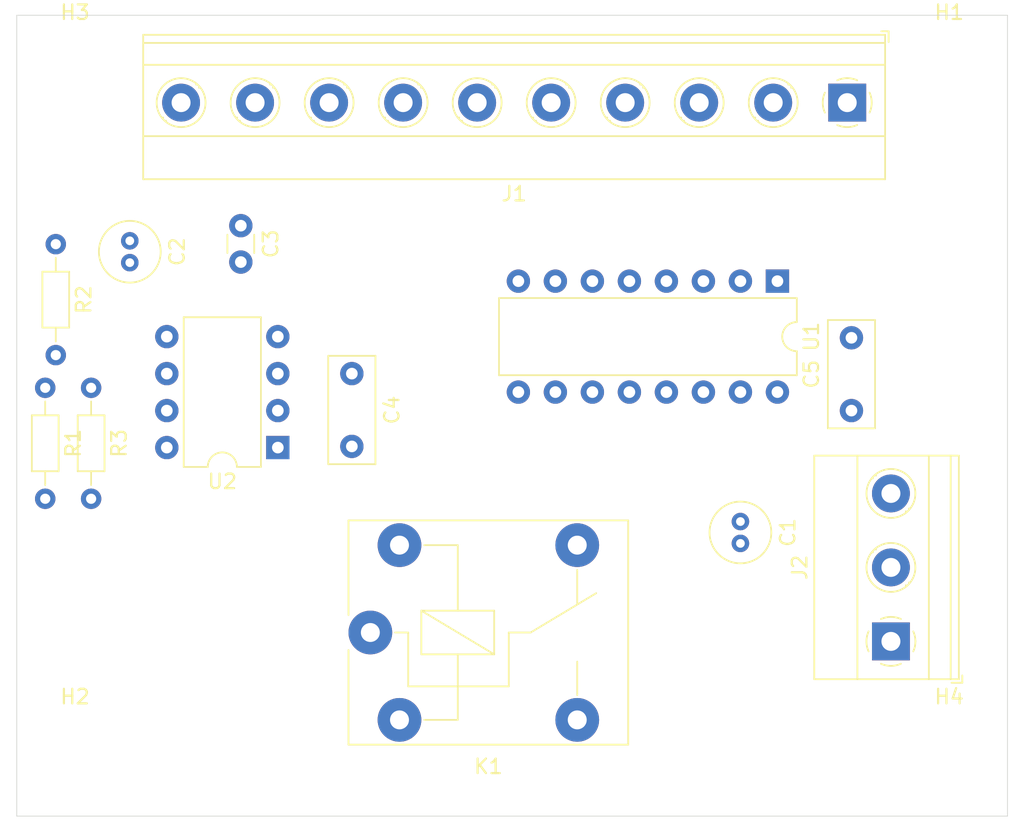
<source format=kicad_pcb>
(kicad_pcb (version 20171130) (host pcbnew "(5.1.9)-1")

  (general
    (thickness 1.6)
    (drawings 4)
    (tracks 0)
    (zones 0)
    (modules 17)
    (nets 1)
  )

  (page A4)
  (layers
    (0 F.Cu signal)
    (31 B.Cu signal)
    (32 B.Adhes user)
    (33 F.Adhes user)
    (34 B.Paste user)
    (35 F.Paste user)
    (36 B.SilkS user)
    (37 F.SilkS user)
    (38 B.Mask user)
    (39 F.Mask user)
    (40 Dwgs.User user)
    (41 Cmts.User user)
    (42 Eco1.User user)
    (43 Eco2.User user)
    (44 Edge.Cuts user)
    (45 Margin user)
    (46 B.CrtYd user)
    (47 F.CrtYd user)
    (48 B.Fab user)
    (49 F.Fab user)
  )

  (setup
    (last_trace_width 0.25)
    (trace_clearance 0.2)
    (zone_clearance 0.508)
    (zone_45_only no)
    (trace_min 0.2)
    (via_size 0.8)
    (via_drill 0.4)
    (via_min_size 0.4)
    (via_min_drill 0.3)
    (uvia_size 0.3)
    (uvia_drill 0.1)
    (uvias_allowed no)
    (uvia_min_size 0.2)
    (uvia_min_drill 0.1)
    (edge_width 0.05)
    (segment_width 0.2)
    (pcb_text_width 0.3)
    (pcb_text_size 1.5 1.5)
    (mod_edge_width 0.12)
    (mod_text_size 1 1)
    (mod_text_width 0.15)
    (pad_size 1.524 1.524)
    (pad_drill 0.762)
    (pad_to_mask_clearance 0)
    (aux_axis_origin 0 0)
    (visible_elements 7FFFFFFF)
    (pcbplotparams
      (layerselection 0x010fc_ffffffff)
      (usegerberextensions false)
      (usegerberattributes true)
      (usegerberadvancedattributes true)
      (creategerberjobfile true)
      (excludeedgelayer true)
      (linewidth 0.100000)
      (plotframeref false)
      (viasonmask false)
      (mode 1)
      (useauxorigin false)
      (hpglpennumber 1)
      (hpglpenspeed 20)
      (hpglpendiameter 15.000000)
      (psnegative false)
      (psa4output false)
      (plotreference true)
      (plotvalue true)
      (plotinvisibletext false)
      (padsonsilk false)
      (subtractmaskfromsilk false)
      (outputformat 1)
      (mirror false)
      (drillshape 1)
      (scaleselection 1)
      (outputdirectory ""))
  )

  (net 0 "")

  (net_class Default "This is the default net class."
    (clearance 0.2)
    (trace_width 0.25)
    (via_dia 0.8)
    (via_drill 0.4)
    (uvia_dia 0.3)
    (uvia_drill 0.1)
  )

  (module Resistor_THT:R_Axial_DIN0204_L3.6mm_D1.6mm_P7.62mm_Horizontal (layer F.Cu) (tedit 5AE5139B) (tstamp 600E9692)
    (at 105.954999 55.585001 270)
    (descr "Resistor, Axial_DIN0204 series, Axial, Horizontal, pin pitch=7.62mm, 0.167W, length*diameter=3.6*1.6mm^2, http://cdn-reichelt.de/documents/datenblatt/B400/1_4W%23YAG.pdf")
    (tags "Resistor Axial_DIN0204 series Axial Horizontal pin pitch 7.62mm 0.167W length 3.6mm diameter 1.6mm")
    (path /600EAC46)
    (fp_text reference R1 (at 3.81 -1.92 90) (layer F.SilkS)
      (effects (font (size 1 1) (thickness 0.15)))
    )
    (fp_text value R (at 3.81 1.92 90) (layer F.Fab)
      (effects (font (size 1 1) (thickness 0.15)))
    )
    (fp_line (start 2.01 -0.8) (end 2.01 0.8) (layer F.Fab) (width 0.1))
    (fp_line (start 2.01 0.8) (end 5.61 0.8) (layer F.Fab) (width 0.1))
    (fp_line (start 5.61 0.8) (end 5.61 -0.8) (layer F.Fab) (width 0.1))
    (fp_line (start 5.61 -0.8) (end 2.01 -0.8) (layer F.Fab) (width 0.1))
    (fp_line (start 0 0) (end 2.01 0) (layer F.Fab) (width 0.1))
    (fp_line (start 7.62 0) (end 5.61 0) (layer F.Fab) (width 0.1))
    (fp_line (start 1.89 -0.92) (end 1.89 0.92) (layer F.SilkS) (width 0.12))
    (fp_line (start 1.89 0.92) (end 5.73 0.92) (layer F.SilkS) (width 0.12))
    (fp_line (start 5.73 0.92) (end 5.73 -0.92) (layer F.SilkS) (width 0.12))
    (fp_line (start 5.73 -0.92) (end 1.89 -0.92) (layer F.SilkS) (width 0.12))
    (fp_line (start 0.94 0) (end 1.89 0) (layer F.SilkS) (width 0.12))
    (fp_line (start 6.68 0) (end 5.73 0) (layer F.SilkS) (width 0.12))
    (fp_line (start -0.95 -1.05) (end -0.95 1.05) (layer F.CrtYd) (width 0.05))
    (fp_line (start -0.95 1.05) (end 8.57 1.05) (layer F.CrtYd) (width 0.05))
    (fp_line (start 8.57 1.05) (end 8.57 -1.05) (layer F.CrtYd) (width 0.05))
    (fp_line (start 8.57 -1.05) (end -0.95 -1.05) (layer F.CrtYd) (width 0.05))
    (fp_text user %R (at 3.81 0 90) (layer F.Fab)
      (effects (font (size 0.72 0.72) (thickness 0.108)))
    )
    (pad 1 thru_hole circle (at 0 0 270) (size 1.4 1.4) (drill 0.7) (layers *.Cu *.Mask))
    (pad 2 thru_hole oval (at 7.62 0 270) (size 1.4 1.4) (drill 0.7) (layers *.Cu *.Mask))
    (model ${KISYS3DMOD}/Resistor_THT.3dshapes/R_Axial_DIN0204_L3.6mm_D1.6mm_P7.62mm_Horizontal.wrl
      (at (xyz 0 0 0))
      (scale (xyz 1 1 1))
      (rotate (xyz 0 0 0))
    )
  )

  (module Resistor_THT:R_Axial_DIN0204_L3.6mm_D1.6mm_P7.62mm_Horizontal (layer F.Cu) (tedit 5AE5139B) (tstamp 600E96A9)
    (at 106.68 45.72 270)
    (descr "Resistor, Axial_DIN0204 series, Axial, Horizontal, pin pitch=7.62mm, 0.167W, length*diameter=3.6*1.6mm^2, http://cdn-reichelt.de/documents/datenblatt/B400/1_4W%23YAG.pdf")
    (tags "Resistor Axial_DIN0204 series Axial Horizontal pin pitch 7.62mm 0.167W length 3.6mm diameter 1.6mm")
    (path /600EC4A2)
    (fp_text reference R2 (at 3.81 -1.92 90) (layer F.SilkS)
      (effects (font (size 1 1) (thickness 0.15)))
    )
    (fp_text value R (at 3.81 1.92 90) (layer F.Fab)
      (effects (font (size 1 1) (thickness 0.15)))
    )
    (fp_line (start 8.57 -1.05) (end -0.95 -1.05) (layer F.CrtYd) (width 0.05))
    (fp_line (start 8.57 1.05) (end 8.57 -1.05) (layer F.CrtYd) (width 0.05))
    (fp_line (start -0.95 1.05) (end 8.57 1.05) (layer F.CrtYd) (width 0.05))
    (fp_line (start -0.95 -1.05) (end -0.95 1.05) (layer F.CrtYd) (width 0.05))
    (fp_line (start 6.68 0) (end 5.73 0) (layer F.SilkS) (width 0.12))
    (fp_line (start 0.94 0) (end 1.89 0) (layer F.SilkS) (width 0.12))
    (fp_line (start 5.73 -0.92) (end 1.89 -0.92) (layer F.SilkS) (width 0.12))
    (fp_line (start 5.73 0.92) (end 5.73 -0.92) (layer F.SilkS) (width 0.12))
    (fp_line (start 1.89 0.92) (end 5.73 0.92) (layer F.SilkS) (width 0.12))
    (fp_line (start 1.89 -0.92) (end 1.89 0.92) (layer F.SilkS) (width 0.12))
    (fp_line (start 7.62 0) (end 5.61 0) (layer F.Fab) (width 0.1))
    (fp_line (start 0 0) (end 2.01 0) (layer F.Fab) (width 0.1))
    (fp_line (start 5.61 -0.8) (end 2.01 -0.8) (layer F.Fab) (width 0.1))
    (fp_line (start 5.61 0.8) (end 5.61 -0.8) (layer F.Fab) (width 0.1))
    (fp_line (start 2.01 0.8) (end 5.61 0.8) (layer F.Fab) (width 0.1))
    (fp_line (start 2.01 -0.8) (end 2.01 0.8) (layer F.Fab) (width 0.1))
    (fp_text user %R (at 3.81 0 90) (layer F.Fab)
      (effects (font (size 0.72 0.72) (thickness 0.108)))
    )
    (pad 2 thru_hole oval (at 7.62 0 270) (size 1.4 1.4) (drill 0.7) (layers *.Cu *.Mask))
    (pad 1 thru_hole circle (at 0 0 270) (size 1.4 1.4) (drill 0.7) (layers *.Cu *.Mask))
    (model ${KISYS3DMOD}/Resistor_THT.3dshapes/R_Axial_DIN0204_L3.6mm_D1.6mm_P7.62mm_Horizontal.wrl
      (at (xyz 0 0 0))
      (scale (xyz 1 1 1))
      (rotate (xyz 0 0 0))
    )
  )

  (module Resistor_THT:R_Axial_DIN0204_L3.6mm_D1.6mm_P7.62mm_Horizontal (layer F.Cu) (tedit 5AE5139B) (tstamp 600E96C0)
    (at 109.104999 55.585001 270)
    (descr "Resistor, Axial_DIN0204 series, Axial, Horizontal, pin pitch=7.62mm, 0.167W, length*diameter=3.6*1.6mm^2, http://cdn-reichelt.de/documents/datenblatt/B400/1_4W%23YAG.pdf")
    (tags "Resistor Axial_DIN0204 series Axial Horizontal pin pitch 7.62mm 0.167W length 3.6mm diameter 1.6mm")
    (path /600EDAD7)
    (fp_text reference R3 (at 3.81 -1.92 90) (layer F.SilkS)
      (effects (font (size 1 1) (thickness 0.15)))
    )
    (fp_text value R (at 3.81 1.92 90) (layer F.Fab)
      (effects (font (size 1 1) (thickness 0.15)))
    )
    (fp_line (start 2.01 -0.8) (end 2.01 0.8) (layer F.Fab) (width 0.1))
    (fp_line (start 2.01 0.8) (end 5.61 0.8) (layer F.Fab) (width 0.1))
    (fp_line (start 5.61 0.8) (end 5.61 -0.8) (layer F.Fab) (width 0.1))
    (fp_line (start 5.61 -0.8) (end 2.01 -0.8) (layer F.Fab) (width 0.1))
    (fp_line (start 0 0) (end 2.01 0) (layer F.Fab) (width 0.1))
    (fp_line (start 7.62 0) (end 5.61 0) (layer F.Fab) (width 0.1))
    (fp_line (start 1.89 -0.92) (end 1.89 0.92) (layer F.SilkS) (width 0.12))
    (fp_line (start 1.89 0.92) (end 5.73 0.92) (layer F.SilkS) (width 0.12))
    (fp_line (start 5.73 0.92) (end 5.73 -0.92) (layer F.SilkS) (width 0.12))
    (fp_line (start 5.73 -0.92) (end 1.89 -0.92) (layer F.SilkS) (width 0.12))
    (fp_line (start 0.94 0) (end 1.89 0) (layer F.SilkS) (width 0.12))
    (fp_line (start 6.68 0) (end 5.73 0) (layer F.SilkS) (width 0.12))
    (fp_line (start -0.95 -1.05) (end -0.95 1.05) (layer F.CrtYd) (width 0.05))
    (fp_line (start -0.95 1.05) (end 8.57 1.05) (layer F.CrtYd) (width 0.05))
    (fp_line (start 8.57 1.05) (end 8.57 -1.05) (layer F.CrtYd) (width 0.05))
    (fp_line (start 8.57 -1.05) (end -0.95 -1.05) (layer F.CrtYd) (width 0.05))
    (fp_text user %R (at 3.81 0 90) (layer F.Fab)
      (effects (font (size 0.72 0.72) (thickness 0.108)))
    )
    (pad 1 thru_hole circle (at 0 0 270) (size 1.4 1.4) (drill 0.7) (layers *.Cu *.Mask))
    (pad 2 thru_hole oval (at 7.62 0 270) (size 1.4 1.4) (drill 0.7) (layers *.Cu *.Mask))
    (model ${KISYS3DMOD}/Resistor_THT.3dshapes/R_Axial_DIN0204_L3.6mm_D1.6mm_P7.62mm_Horizontal.wrl
      (at (xyz 0 0 0))
      (scale (xyz 1 1 1))
      (rotate (xyz 0 0 0))
    )
  )

  (module Package_DIP:DIP-16_W7.62mm (layer F.Cu) (tedit 5A02E8C5) (tstamp 600E96E4)
    (at 156.21 48.26 270)
    (descr "16-lead though-hole mounted DIP package, row spacing 7.62 mm (300 mils)")
    (tags "THT DIP DIL PDIP 2.54mm 7.62mm 300mil")
    (path /600E422B)
    (fp_text reference U1 (at 3.81 -2.33 90) (layer F.SilkS)
      (effects (font (size 1 1) (thickness 0.15)))
    )
    (fp_text value CD4051B (at 3.81 20.11 90) (layer F.Fab)
      (effects (font (size 1 1) (thickness 0.15)))
    )
    (fp_line (start 1.635 -1.27) (end 6.985 -1.27) (layer F.Fab) (width 0.1))
    (fp_line (start 6.985 -1.27) (end 6.985 19.05) (layer F.Fab) (width 0.1))
    (fp_line (start 6.985 19.05) (end 0.635 19.05) (layer F.Fab) (width 0.1))
    (fp_line (start 0.635 19.05) (end 0.635 -0.27) (layer F.Fab) (width 0.1))
    (fp_line (start 0.635 -0.27) (end 1.635 -1.27) (layer F.Fab) (width 0.1))
    (fp_line (start 2.81 -1.33) (end 1.16 -1.33) (layer F.SilkS) (width 0.12))
    (fp_line (start 1.16 -1.33) (end 1.16 19.11) (layer F.SilkS) (width 0.12))
    (fp_line (start 1.16 19.11) (end 6.46 19.11) (layer F.SilkS) (width 0.12))
    (fp_line (start 6.46 19.11) (end 6.46 -1.33) (layer F.SilkS) (width 0.12))
    (fp_line (start 6.46 -1.33) (end 4.81 -1.33) (layer F.SilkS) (width 0.12))
    (fp_line (start -1.1 -1.55) (end -1.1 19.3) (layer F.CrtYd) (width 0.05))
    (fp_line (start -1.1 19.3) (end 8.7 19.3) (layer F.CrtYd) (width 0.05))
    (fp_line (start 8.7 19.3) (end 8.7 -1.55) (layer F.CrtYd) (width 0.05))
    (fp_line (start 8.7 -1.55) (end -1.1 -1.55) (layer F.CrtYd) (width 0.05))
    (fp_arc (start 3.81 -1.33) (end 2.81 -1.33) (angle -180) (layer F.SilkS) (width 0.12))
    (fp_text user %R (at 3.81 8.89 90) (layer F.Fab)
      (effects (font (size 1 1) (thickness 0.15)))
    )
    (pad 1 thru_hole rect (at 0 0 270) (size 1.6 1.6) (drill 0.8) (layers *.Cu *.Mask))
    (pad 9 thru_hole oval (at 7.62 17.78 270) (size 1.6 1.6) (drill 0.8) (layers *.Cu *.Mask))
    (pad 2 thru_hole oval (at 0 2.54 270) (size 1.6 1.6) (drill 0.8) (layers *.Cu *.Mask))
    (pad 10 thru_hole oval (at 7.62 15.24 270) (size 1.6 1.6) (drill 0.8) (layers *.Cu *.Mask))
    (pad 3 thru_hole oval (at 0 5.08 270) (size 1.6 1.6) (drill 0.8) (layers *.Cu *.Mask))
    (pad 11 thru_hole oval (at 7.62 12.7 270) (size 1.6 1.6) (drill 0.8) (layers *.Cu *.Mask))
    (pad 4 thru_hole oval (at 0 7.62 270) (size 1.6 1.6) (drill 0.8) (layers *.Cu *.Mask))
    (pad 12 thru_hole oval (at 7.62 10.16 270) (size 1.6 1.6) (drill 0.8) (layers *.Cu *.Mask))
    (pad 5 thru_hole oval (at 0 10.16 270) (size 1.6 1.6) (drill 0.8) (layers *.Cu *.Mask))
    (pad 13 thru_hole oval (at 7.62 7.62 270) (size 1.6 1.6) (drill 0.8) (layers *.Cu *.Mask))
    (pad 6 thru_hole oval (at 0 12.7 270) (size 1.6 1.6) (drill 0.8) (layers *.Cu *.Mask))
    (pad 14 thru_hole oval (at 7.62 5.08 270) (size 1.6 1.6) (drill 0.8) (layers *.Cu *.Mask))
    (pad 7 thru_hole oval (at 0 15.24 270) (size 1.6 1.6) (drill 0.8) (layers *.Cu *.Mask))
    (pad 15 thru_hole oval (at 7.62 2.54 270) (size 1.6 1.6) (drill 0.8) (layers *.Cu *.Mask))
    (pad 8 thru_hole oval (at 0 17.78 270) (size 1.6 1.6) (drill 0.8) (layers *.Cu *.Mask))
    (pad 16 thru_hole oval (at 7.62 0 270) (size 1.6 1.6) (drill 0.8) (layers *.Cu *.Mask))
    (model ${KISYS3DMOD}/Package_DIP.3dshapes/DIP-16_W7.62mm.wrl
      (at (xyz 0 0 0))
      (scale (xyz 1 1 1))
      (rotate (xyz 0 0 0))
    )
  )

  (module Package_DIP:DIP-8_W7.62mm (layer F.Cu) (tedit 5A02E8C5) (tstamp 600F5B29)
    (at 121.92 59.69 180)
    (descr "8-lead though-hole mounted DIP package, row spacing 7.62 mm (300 mils)")
    (tags "THT DIP DIL PDIP 2.54mm 7.62mm 300mil")
    (path /600E330B)
    (fp_text reference U2 (at 3.81 -2.33) (layer F.SilkS)
      (effects (font (size 1 1) (thickness 0.15)))
    )
    (fp_text value NE555D (at 3.81 9.95) (layer F.Fab)
      (effects (font (size 1 1) (thickness 0.15)))
    )
    (fp_line (start 1.635 -1.27) (end 6.985 -1.27) (layer F.Fab) (width 0.1))
    (fp_line (start 6.985 -1.27) (end 6.985 8.89) (layer F.Fab) (width 0.1))
    (fp_line (start 6.985 8.89) (end 0.635 8.89) (layer F.Fab) (width 0.1))
    (fp_line (start 0.635 8.89) (end 0.635 -0.27) (layer F.Fab) (width 0.1))
    (fp_line (start 0.635 -0.27) (end 1.635 -1.27) (layer F.Fab) (width 0.1))
    (fp_line (start 2.81 -1.33) (end 1.16 -1.33) (layer F.SilkS) (width 0.12))
    (fp_line (start 1.16 -1.33) (end 1.16 8.95) (layer F.SilkS) (width 0.12))
    (fp_line (start 1.16 8.95) (end 6.46 8.95) (layer F.SilkS) (width 0.12))
    (fp_line (start 6.46 8.95) (end 6.46 -1.33) (layer F.SilkS) (width 0.12))
    (fp_line (start 6.46 -1.33) (end 4.81 -1.33) (layer F.SilkS) (width 0.12))
    (fp_line (start -1.1 -1.55) (end -1.1 9.15) (layer F.CrtYd) (width 0.05))
    (fp_line (start -1.1 9.15) (end 8.7 9.15) (layer F.CrtYd) (width 0.05))
    (fp_line (start 8.7 9.15) (end 8.7 -1.55) (layer F.CrtYd) (width 0.05))
    (fp_line (start 8.7 -1.55) (end -1.1 -1.55) (layer F.CrtYd) (width 0.05))
    (fp_arc (start 3.81 -1.33) (end 2.81 -1.33) (angle -180) (layer F.SilkS) (width 0.12))
    (fp_text user %R (at 3.81 3.81) (layer F.Fab)
      (effects (font (size 1 1) (thickness 0.15)))
    )
    (pad 1 thru_hole rect (at 0 0 180) (size 1.6 1.6) (drill 0.8) (layers *.Cu *.Mask))
    (pad 5 thru_hole oval (at 7.62 7.62 180) (size 1.6 1.6) (drill 0.8) (layers *.Cu *.Mask))
    (pad 2 thru_hole oval (at 0 2.54 180) (size 1.6 1.6) (drill 0.8) (layers *.Cu *.Mask))
    (pad 6 thru_hole oval (at 7.62 5.08 180) (size 1.6 1.6) (drill 0.8) (layers *.Cu *.Mask))
    (pad 3 thru_hole oval (at 0 5.08 180) (size 1.6 1.6) (drill 0.8) (layers *.Cu *.Mask))
    (pad 7 thru_hole oval (at 7.62 2.54 180) (size 1.6 1.6) (drill 0.8) (layers *.Cu *.Mask))
    (pad 4 thru_hole oval (at 0 7.62 180) (size 1.6 1.6) (drill 0.8) (layers *.Cu *.Mask))
    (pad 8 thru_hole oval (at 7.62 0 180) (size 1.6 1.6) (drill 0.8) (layers *.Cu *.Mask))
    (model ${KISYS3DMOD}/Package_DIP.3dshapes/DIP-8_W7.62mm.wrl
      (at (xyz 0 0 0))
      (scale (xyz 1 1 1))
      (rotate (xyz 0 0 0))
    )
  )

  (module Capacitor_THT:C_Radial_D4.0mm_H7.0mm_P1.50mm (layer F.Cu) (tedit 5BC5C9B9) (tstamp 600F5544)
    (at 153.67 64.77 270)
    (descr "C, Radial series, Radial, pin pitch=1.50mm, diameter=4mm, height=7mm, Non-Polar Electrolytic Capacitor")
    (tags "C Radial series Radial pin pitch 1.50mm diameter 4mm height 7mm Non-Polar Electrolytic Capacitor")
    (path /600E8AD8)
    (fp_text reference C1 (at 0.75 -3.25 90) (layer F.SilkS)
      (effects (font (size 1 1) (thickness 0.15)))
    )
    (fp_text value CAP (at 0.75 3.25 90) (layer F.Fab)
      (effects (font (size 1 1) (thickness 0.15)))
    )
    (fp_circle (center 0.75 0) (end 3 0) (layer F.CrtYd) (width 0.05))
    (fp_circle (center 0.75 0) (end 2.87 0) (layer F.SilkS) (width 0.12))
    (fp_circle (center 0.75 0) (end 2.75 0) (layer F.Fab) (width 0.1))
    (fp_text user %R (at 0.75 0 90) (layer F.Fab)
      (effects (font (size 0.8 0.8) (thickness 0.12)))
    )
    (pad 1 thru_hole circle (at 0 0 270) (size 1.2 1.2) (drill 0.6) (layers *.Cu *.Mask))
    (pad 2 thru_hole circle (at 1.5 0 270) (size 1.2 1.2) (drill 0.6) (layers *.Cu *.Mask))
    (model ${KISYS3DMOD}/Capacitor_THT.3dshapes/C_Radial_D4.0mm_H7.0mm_P1.50mm.wrl
      (at (xyz 0 0 0))
      (scale (xyz 1 1 1))
      (rotate (xyz 0 0 0))
    )
  )

  (module Capacitor_THT:C_Rect_L7.2mm_W3.0mm_P5.00mm_FKS2_FKP2_MKS2_MKP2 (layer F.Cu) (tedit 5AE50EF0) (tstamp 600F5571)
    (at 127 54.61 270)
    (descr "C, Rect series, Radial, pin pitch=5.00mm, , length*width=7.2*3.0mm^2, Capacitor, http://www.wima.com/EN/WIMA_FKS_2.pdf")
    (tags "C Rect series Radial pin pitch 5.00mm  length 7.2mm width 3.0mm Capacitor")
    (path /600E98AC)
    (fp_text reference C4 (at 2.5 -2.75 90) (layer F.SilkS)
      (effects (font (size 1 1) (thickness 0.15)))
    )
    (fp_text value CAP (at 2.5 2.75 90) (layer F.Fab)
      (effects (font (size 1 1) (thickness 0.15)))
    )
    (fp_line (start 6.35 -1.75) (end -1.35 -1.75) (layer F.CrtYd) (width 0.05))
    (fp_line (start 6.35 1.75) (end 6.35 -1.75) (layer F.CrtYd) (width 0.05))
    (fp_line (start -1.35 1.75) (end 6.35 1.75) (layer F.CrtYd) (width 0.05))
    (fp_line (start -1.35 -1.75) (end -1.35 1.75) (layer F.CrtYd) (width 0.05))
    (fp_line (start 6.22 -1.62) (end 6.22 1.62) (layer F.SilkS) (width 0.12))
    (fp_line (start -1.22 -1.62) (end -1.22 1.62) (layer F.SilkS) (width 0.12))
    (fp_line (start -1.22 1.62) (end 6.22 1.62) (layer F.SilkS) (width 0.12))
    (fp_line (start -1.22 -1.62) (end 6.22 -1.62) (layer F.SilkS) (width 0.12))
    (fp_line (start 6.1 -1.5) (end -1.1 -1.5) (layer F.Fab) (width 0.1))
    (fp_line (start 6.1 1.5) (end 6.1 -1.5) (layer F.Fab) (width 0.1))
    (fp_line (start -1.1 1.5) (end 6.1 1.5) (layer F.Fab) (width 0.1))
    (fp_line (start -1.1 -1.5) (end -1.1 1.5) (layer F.Fab) (width 0.1))
    (fp_text user %R (at 2.5 0 90) (layer F.Fab)
      (effects (font (size 1 1) (thickness 0.15)))
    )
    (pad 1 thru_hole circle (at 0 0 270) (size 1.6 1.6) (drill 0.8) (layers *.Cu *.Mask))
    (pad 2 thru_hole circle (at 5 0 270) (size 1.6 1.6) (drill 0.8) (layers *.Cu *.Mask))
    (model ${KISYS3DMOD}/Capacitor_THT.3dshapes/C_Rect_L7.2mm_W3.0mm_P5.00mm_FKS2_FKP2_MKS2_MKP2.wrl
      (at (xyz 0 0 0))
      (scale (xyz 1 1 1))
      (rotate (xyz 0 0 0))
    )
  )

  (module Capacitor_THT:C_Rect_L7.2mm_W3.0mm_P5.00mm_FKS2_FKP2_MKS2_MKP2 (layer F.Cu) (tedit 5AE50EF0) (tstamp 600F5583)
    (at 161.29 57.15 90)
    (descr "C, Rect series, Radial, pin pitch=5.00mm, , length*width=7.2*3.0mm^2, Capacitor, http://www.wima.com/EN/WIMA_FKS_2.pdf")
    (tags "C Rect series Radial pin pitch 5.00mm  length 7.2mm width 3.0mm Capacitor")
    (path /600E9DDB)
    (fp_text reference C5 (at 2.5 -2.75 90) (layer F.SilkS)
      (effects (font (size 1 1) (thickness 0.15)))
    )
    (fp_text value CAP (at 2.5 2.75 90) (layer F.Fab)
      (effects (font (size 1 1) (thickness 0.15)))
    )
    (fp_line (start 6.35 -1.75) (end -1.35 -1.75) (layer F.CrtYd) (width 0.05))
    (fp_line (start 6.35 1.75) (end 6.35 -1.75) (layer F.CrtYd) (width 0.05))
    (fp_line (start -1.35 1.75) (end 6.35 1.75) (layer F.CrtYd) (width 0.05))
    (fp_line (start -1.35 -1.75) (end -1.35 1.75) (layer F.CrtYd) (width 0.05))
    (fp_line (start 6.22 -1.62) (end 6.22 1.62) (layer F.SilkS) (width 0.12))
    (fp_line (start -1.22 -1.62) (end -1.22 1.62) (layer F.SilkS) (width 0.12))
    (fp_line (start -1.22 1.62) (end 6.22 1.62) (layer F.SilkS) (width 0.12))
    (fp_line (start -1.22 -1.62) (end 6.22 -1.62) (layer F.SilkS) (width 0.12))
    (fp_line (start 6.1 -1.5) (end -1.1 -1.5) (layer F.Fab) (width 0.1))
    (fp_line (start 6.1 1.5) (end 6.1 -1.5) (layer F.Fab) (width 0.1))
    (fp_line (start -1.1 1.5) (end 6.1 1.5) (layer F.Fab) (width 0.1))
    (fp_line (start -1.1 -1.5) (end -1.1 1.5) (layer F.Fab) (width 0.1))
    (fp_text user %R (at 2.5 0 90) (layer F.Fab)
      (effects (font (size 1 1) (thickness 0.15)))
    )
    (pad 1 thru_hole circle (at 0 0 90) (size 1.6 1.6) (drill 0.8) (layers *.Cu *.Mask))
    (pad 2 thru_hole circle (at 5 0 90) (size 1.6 1.6) (drill 0.8) (layers *.Cu *.Mask))
    (model ${KISYS3DMOD}/Capacitor_THT.3dshapes/C_Rect_L7.2mm_W3.0mm_P5.00mm_FKS2_FKP2_MKS2_MKP2.wrl
      (at (xyz 0 0 0))
      (scale (xyz 1 1 1))
      (rotate (xyz 0 0 0))
    )
  )

  (module Relay_THT:Relay_SPDT_Finder_36.11 (layer F.Cu) (tedit 5D3F5A07) (tstamp 600F55BC)
    (at 128.27 72.39)
    (descr "FINDER 36.11, SPDT relay, 10A, https://gfinder.findernet.com/public/attachments/36/EN/S36EN.pdf")
    (tags "spdt relay")
    (path /600F9294)
    (fp_text reference K1 (at 8.1 9.2) (layer F.SilkS)
      (effects (font (size 1 1) (thickness 0.15)))
    )
    (fp_text value ADW11 (at 8 -9.6) (layer F.Fab)
      (effects (font (size 1 1) (thickness 0.15)))
    )
    (fp_line (start 8.5 1.5) (end 3.5 1.5) (layer F.SilkS) (width 0.12))
    (fp_line (start 8.5 -1.5) (end 8.5 1.5) (layer F.SilkS) (width 0.12))
    (fp_line (start 3.5 -1.5) (end 8.5 -1.5) (layer F.SilkS) (width 0.12))
    (fp_line (start 3.5 1.5) (end 3.5 -1.5) (layer F.SilkS) (width 0.12))
    (fp_line (start 8.5 1.5) (end 3.5 -1.5) (layer F.SilkS) (width 0.12))
    (fp_line (start 6 1.5) (end 6 6) (layer F.SilkS) (width 0.12))
    (fp_line (start 6 -6) (end 6 -1.5) (layer F.SilkS) (width 0.12))
    (fp_line (start 2.6 0) (end 2.6 3.7) (layer F.SilkS) (width 0.12))
    (fp_line (start 9.5 0) (end 9.5 3.7) (layer F.SilkS) (width 0.12))
    (fp_line (start 9.5 3.7) (end 2.6 3.7) (layer F.SilkS) (width 0.12))
    (fp_line (start 11 0) (end 15.5 -2.7) (layer F.SilkS) (width 0.12))
    (fp_line (start 9.5 0) (end 11 0) (layer F.SilkS) (width 0.12))
    (fp_line (start 6 -6) (end 3.7 -6) (layer F.SilkS) (width 0.12))
    (fp_line (start 2.6 0) (end 1.7 0) (layer F.SilkS) (width 0.12))
    (fp_line (start 3.7 6) (end 6 6) (layer F.SilkS) (width 0.12))
    (fp_line (start 14.2 -4.3) (end 14.2 -2) (layer F.SilkS) (width 0.12))
    (fp_line (start 14.2 4.3) (end 14.2 2) (layer F.SilkS) (width 0.12))
    (fp_line (start -1.75 7.85) (end 17.85 7.85) (layer F.CrtYd) (width 0.05))
    (fp_line (start 17.85 -7.85) (end 17.85 7.85) (layer F.CrtYd) (width 0.05))
    (fp_line (start -1.75 7.85) (end -1.75 -7.85) (layer F.CrtYd) (width 0.05))
    (fp_line (start 17.85 -7.85) (end -1.75 -7.85) (layer F.CrtYd) (width 0.05))
    (fp_line (start -1.4 7.6) (end -1.4 -7.6) (layer F.Fab) (width 0.1))
    (fp_line (start 17.6 7.6) (end -1.4 7.6) (layer F.Fab) (width 0.1))
    (fp_line (start 17.6 -7.6) (end 17.6 7.6) (layer F.Fab) (width 0.1))
    (fp_line (start -1.4 -7.6) (end 17.6 -7.6) (layer F.Fab) (width 0.1))
    (fp_line (start 17.7 7.7) (end -1.5 7.7) (layer F.SilkS) (width 0.12))
    (fp_line (start 17.7 -7.7) (end 17.7 7.7) (layer F.SilkS) (width 0.12))
    (fp_line (start -1.5 -7.7) (end 17.7 -7.7) (layer F.SilkS) (width 0.12))
    (fp_line (start -1.5 -7.7) (end -1.5 -1.2) (layer F.SilkS) (width 0.12))
    (fp_line (start -1.5 1.2) (end -1.5 7.7) (layer F.SilkS) (width 0.12))
    (fp_text user %R (at 7.1 0.025) (layer F.Fab)
      (effects (font (size 1 1) (thickness 0.15)))
    )
    (pad A1 thru_hole circle (at 2 6) (size 3 3) (drill 1.3) (layers *.Cu *.Mask))
    (pad 14 thru_hole circle (at 14.2 6) (size 3 3) (drill 1.3) (layers *.Cu *.Mask))
    (pad 12 thru_hole circle (at 14.2 -6) (size 3 3) (drill 1.3) (layers *.Cu *.Mask))
    (pad A2 thru_hole circle (at 2 -6) (size 3 3) (drill 1.3) (layers *.Cu *.Mask))
    (pad 11 thru_hole circle (at 0 0) (size 3 3) (drill 1.3) (layers *.Cu *.Mask))
    (model ${KISYS3DMOD}/Relay_THT.3dshapes/Relay_SPDT_Finder_36.11.wrl
      (at (xyz 0 0 0))
      (scale (xyz 1 1 1))
      (rotate (xyz 0 0 0))
    )
  )

  (module Capacitor_THT:C_Radial_D4.0mm_H7.0mm_P1.50mm (layer F.Cu) (tedit 5BC5C9B9) (tstamp 6010CF5C)
    (at 111.76 45.49 270)
    (descr "C, Radial series, Radial, pin pitch=1.50mm, diameter=4mm, height=7mm, Non-Polar Electrolytic Capacitor")
    (tags "C Radial series Radial pin pitch 1.50mm diameter 4mm height 7mm Non-Polar Electrolytic Capacitor")
    (path /600E9BF9)
    (fp_text reference C2 (at 0.75 -3.25 90) (layer F.SilkS)
      (effects (font (size 1 1) (thickness 0.15)))
    )
    (fp_text value CAP (at 0.75 3.25 90) (layer F.Fab)
      (effects (font (size 1 1) (thickness 0.15)))
    )
    (fp_circle (center 0.75 0) (end 2.75 0) (layer F.Fab) (width 0.1))
    (fp_circle (center 0.75 0) (end 2.87 0) (layer F.SilkS) (width 0.12))
    (fp_circle (center 0.75 0) (end 3 0) (layer F.CrtYd) (width 0.05))
    (fp_text user %R (at 0.75 0 90) (layer F.Fab)
      (effects (font (size 0.8 0.8) (thickness 0.12)))
    )
    (pad 1 thru_hole circle (at 0 0 270) (size 1.2 1.2) (drill 0.6) (layers *.Cu *.Mask))
    (pad 2 thru_hole circle (at 1.5 0 270) (size 1.2 1.2) (drill 0.6) (layers *.Cu *.Mask))
    (model ${KISYS3DMOD}/Capacitor_THT.3dshapes/C_Radial_D4.0mm_H7.0mm_P1.50mm.wrl
      (at (xyz 0 0 0))
      (scale (xyz 1 1 1))
      (rotate (xyz 0 0 0))
    )
  )

  (module Capacitor_THT:C_Disc_D3.0mm_W1.6mm_P2.50mm (layer F.Cu) (tedit 5AE50EF0) (tstamp 6010D01A)
    (at 119.38 44.45 270)
    (descr "C, Disc series, Radial, pin pitch=2.50mm, , diameter*width=3.0*1.6mm^2, Capacitor, http://www.vishay.com/docs/45233/krseries.pdf")
    (tags "C Disc series Radial pin pitch 2.50mm  diameter 3.0mm width 1.6mm Capacitor")
    (path /600EA3F0)
    (fp_text reference C3 (at 1.25 -2.05 90) (layer F.SilkS)
      (effects (font (size 1 1) (thickness 0.15)))
    )
    (fp_text value CAP (at 1.25 2.05 90) (layer F.Fab)
      (effects (font (size 1 1) (thickness 0.15)))
    )
    (fp_line (start -0.25 -0.8) (end -0.25 0.8) (layer F.Fab) (width 0.1))
    (fp_line (start -0.25 0.8) (end 2.75 0.8) (layer F.Fab) (width 0.1))
    (fp_line (start 2.75 0.8) (end 2.75 -0.8) (layer F.Fab) (width 0.1))
    (fp_line (start 2.75 -0.8) (end -0.25 -0.8) (layer F.Fab) (width 0.1))
    (fp_line (start 0.621 -0.92) (end 1.879 -0.92) (layer F.SilkS) (width 0.12))
    (fp_line (start 0.621 0.92) (end 1.879 0.92) (layer F.SilkS) (width 0.12))
    (fp_line (start -1.05 -1.05) (end -1.05 1.05) (layer F.CrtYd) (width 0.05))
    (fp_line (start -1.05 1.05) (end 3.55 1.05) (layer F.CrtYd) (width 0.05))
    (fp_line (start 3.55 1.05) (end 3.55 -1.05) (layer F.CrtYd) (width 0.05))
    (fp_line (start 3.55 -1.05) (end -1.05 -1.05) (layer F.CrtYd) (width 0.05))
    (fp_text user %R (at 1.25 0 90) (layer F.Fab)
      (effects (font (size 0.6 0.6) (thickness 0.09)))
    )
    (pad 1 thru_hole circle (at 0 0 270) (size 1.6 1.6) (drill 0.8) (layers *.Cu *.Mask))
    (pad 2 thru_hole circle (at 2.5 0 270) (size 1.6 1.6) (drill 0.8) (layers *.Cu *.Mask))
    (model ${KISYS3DMOD}/Capacitor_THT.3dshapes/C_Disc_D3.0mm_W1.6mm_P2.50mm.wrl
      (at (xyz 0 0 0))
      (scale (xyz 1 1 1))
      (rotate (xyz 0 0 0))
    )
  )

  (module MountingHole:MountingHole_3.2mm_M3 (layer F.Cu) (tedit 56D1B4CB) (tstamp 60185CCE)
    (at 168 34)
    (descr "Mounting Hole 3.2mm, no annular, M3")
    (tags "mounting hole 3.2mm no annular m3")
    (path /60188B2C)
    (attr virtual)
    (fp_text reference H1 (at 0 -4.2) (layer F.SilkS)
      (effects (font (size 1 1) (thickness 0.15)))
    )
    (fp_text value MountingHole (at 0 4.2) (layer F.Fab)
      (effects (font (size 1 1) (thickness 0.15)))
    )
    (fp_circle (center 0 0) (end 3.45 0) (layer F.CrtYd) (width 0.05))
    (fp_circle (center 0 0) (end 3.2 0) (layer Cmts.User) (width 0.15))
    (fp_text user %R (at 0.3 0) (layer F.Fab)
      (effects (font (size 1 1) (thickness 0.15)))
    )
    (pad 1 np_thru_hole circle (at 0 0) (size 3.2 3.2) (drill 3.2) (layers *.Cu *.Mask))
  )

  (module MountingHole:MountingHole_3.2mm_M3 (layer F.Cu) (tedit 56D1B4CB) (tstamp 60185CD6)
    (at 108 81)
    (descr "Mounting Hole 3.2mm, no annular, M3")
    (tags "mounting hole 3.2mm no annular m3")
    (path /60189A64)
    (attr virtual)
    (fp_text reference H2 (at 0 -4.2) (layer F.SilkS)
      (effects (font (size 1 1) (thickness 0.15)))
    )
    (fp_text value MountingHole (at 0 4.2) (layer F.Fab)
      (effects (font (size 1 1) (thickness 0.15)))
    )
    (fp_text user %R (at 0.3 0) (layer F.Fab)
      (effects (font (size 1 1) (thickness 0.15)))
    )
    (fp_circle (center 0 0) (end 3.2 0) (layer Cmts.User) (width 0.15))
    (fp_circle (center 0 0) (end 3.45 0) (layer F.CrtYd) (width 0.05))
    (pad 1 np_thru_hole circle (at 0 0) (size 3.2 3.2) (drill 3.2) (layers *.Cu *.Mask))
  )

  (module MountingHole:MountingHole_3.2mm_M3 (layer F.Cu) (tedit 56D1B4CB) (tstamp 60185CDE)
    (at 108 34)
    (descr "Mounting Hole 3.2mm, no annular, M3")
    (tags "mounting hole 3.2mm no annular m3")
    (path /60189C67)
    (attr virtual)
    (fp_text reference H3 (at 0 -4.2) (layer F.SilkS)
      (effects (font (size 1 1) (thickness 0.15)))
    )
    (fp_text value MountingHole (at 0 4.2) (layer F.Fab)
      (effects (font (size 1 1) (thickness 0.15)))
    )
    (fp_circle (center 0 0) (end 3.45 0) (layer F.CrtYd) (width 0.05))
    (fp_circle (center 0 0) (end 3.2 0) (layer Cmts.User) (width 0.15))
    (fp_text user %R (at 0.3 0) (layer F.Fab)
      (effects (font (size 1 1) (thickness 0.15)))
    )
    (pad 1 np_thru_hole circle (at 0 0) (size 3.2 3.2) (drill 3.2) (layers *.Cu *.Mask))
  )

  (module MountingHole:MountingHole_3.2mm_M3 (layer F.Cu) (tedit 56D1B4CB) (tstamp 60185CE6)
    (at 168 81)
    (descr "Mounting Hole 3.2mm, no annular, M3")
    (tags "mounting hole 3.2mm no annular m3")
    (path /60189E75)
    (attr virtual)
    (fp_text reference H4 (at 0 -4.2) (layer F.SilkS)
      (effects (font (size 1 1) (thickness 0.15)))
    )
    (fp_text value MountingHole (at 0 4.2) (layer F.Fab)
      (effects (font (size 1 1) (thickness 0.15)))
    )
    (fp_text user %R (at 0.3 0) (layer F.Fab)
      (effects (font (size 1 1) (thickness 0.15)))
    )
    (fp_circle (center 0 0) (end 3.2 0) (layer Cmts.User) (width 0.15))
    (fp_circle (center 0 0) (end 3.45 0) (layer F.CrtYd) (width 0.05))
    (pad 1 np_thru_hole circle (at 0 0) (size 3.2 3.2) (drill 3.2) (layers *.Cu *.Mask))
  )

  (module TerminalBlock_Phoenix:TerminalBlock_Phoenix_MKDS-1,5-10-5.08_1x10_P5.08mm_Horizontal (layer F.Cu) (tedit 5B294EC5) (tstamp 60185D5A)
    (at 161 36 180)
    (descr "Terminal Block Phoenix MKDS-1,5-10-5.08, 10 pins, pitch 5.08mm, size 50.8x9.8mm^2, drill diamater 1.3mm, pad diameter 2.6mm, see http://www.farnell.com/datasheets/100425.pdf, script-generated using https://github.com/pointhi/kicad-footprint-generator/scripts/TerminalBlock_Phoenix")
    (tags "THT Terminal Block Phoenix MKDS-1,5-10-5.08 pitch 5.08mm size 50.8x9.8mm^2 drill 1.3mm pad 2.6mm")
    (path /60186081)
    (fp_text reference J1 (at 22.86 -6.26) (layer F.SilkS)
      (effects (font (size 1 1) (thickness 0.15)))
    )
    (fp_text value Screw_Terminal_01x10 (at 22.86 5.66) (layer F.Fab)
      (effects (font (size 1 1) (thickness 0.15)))
    )
    (fp_line (start 48.76 -5.71) (end -3.04 -5.71) (layer F.CrtYd) (width 0.05))
    (fp_line (start 48.76 5.1) (end 48.76 -5.71) (layer F.CrtYd) (width 0.05))
    (fp_line (start -3.04 5.1) (end 48.76 5.1) (layer F.CrtYd) (width 0.05))
    (fp_line (start -3.04 -5.71) (end -3.04 5.1) (layer F.CrtYd) (width 0.05))
    (fp_line (start -2.84 4.9) (end -2.34 4.9) (layer F.SilkS) (width 0.12))
    (fp_line (start -2.84 4.16) (end -2.84 4.9) (layer F.SilkS) (width 0.12))
    (fp_line (start 44.493 1.023) (end 44.446 1.069) (layer F.SilkS) (width 0.12))
    (fp_line (start 46.79 -1.275) (end 46.755 -1.239) (layer F.SilkS) (width 0.12))
    (fp_line (start 44.686 1.239) (end 44.651 1.274) (layer F.SilkS) (width 0.12))
    (fp_line (start 46.995 -1.069) (end 46.948 -1.023) (layer F.SilkS) (width 0.12))
    (fp_line (start 46.675 -1.138) (end 44.583 0.955) (layer F.Fab) (width 0.1))
    (fp_line (start 46.858 -0.955) (end 44.766 1.138) (layer F.Fab) (width 0.1))
    (fp_line (start 39.413 1.023) (end 39.366 1.069) (layer F.SilkS) (width 0.12))
    (fp_line (start 41.71 -1.275) (end 41.675 -1.239) (layer F.SilkS) (width 0.12))
    (fp_line (start 39.606 1.239) (end 39.571 1.274) (layer F.SilkS) (width 0.12))
    (fp_line (start 41.915 -1.069) (end 41.868 -1.023) (layer F.SilkS) (width 0.12))
    (fp_line (start 41.595 -1.138) (end 39.503 0.955) (layer F.Fab) (width 0.1))
    (fp_line (start 41.778 -0.955) (end 39.686 1.138) (layer F.Fab) (width 0.1))
    (fp_line (start 34.333 1.023) (end 34.286 1.069) (layer F.SilkS) (width 0.12))
    (fp_line (start 36.63 -1.275) (end 36.595 -1.239) (layer F.SilkS) (width 0.12))
    (fp_line (start 34.526 1.239) (end 34.491 1.274) (layer F.SilkS) (width 0.12))
    (fp_line (start 36.835 -1.069) (end 36.788 -1.023) (layer F.SilkS) (width 0.12))
    (fp_line (start 36.515 -1.138) (end 34.423 0.955) (layer F.Fab) (width 0.1))
    (fp_line (start 36.698 -0.955) (end 34.606 1.138) (layer F.Fab) (width 0.1))
    (fp_line (start 29.253 1.023) (end 29.206 1.069) (layer F.SilkS) (width 0.12))
    (fp_line (start 31.55 -1.275) (end 31.515 -1.239) (layer F.SilkS) (width 0.12))
    (fp_line (start 29.446 1.239) (end 29.411 1.274) (layer F.SilkS) (width 0.12))
    (fp_line (start 31.755 -1.069) (end 31.708 -1.023) (layer F.SilkS) (width 0.12))
    (fp_line (start 31.435 -1.138) (end 29.343 0.955) (layer F.Fab) (width 0.1))
    (fp_line (start 31.618 -0.955) (end 29.526 1.138) (layer F.Fab) (width 0.1))
    (fp_line (start 24.173 1.023) (end 24.126 1.069) (layer F.SilkS) (width 0.12))
    (fp_line (start 26.47 -1.275) (end 26.435 -1.239) (layer F.SilkS) (width 0.12))
    (fp_line (start 24.366 1.239) (end 24.331 1.274) (layer F.SilkS) (width 0.12))
    (fp_line (start 26.675 -1.069) (end 26.628 -1.023) (layer F.SilkS) (width 0.12))
    (fp_line (start 26.355 -1.138) (end 24.263 0.955) (layer F.Fab) (width 0.1))
    (fp_line (start 26.538 -0.955) (end 24.446 1.138) (layer F.Fab) (width 0.1))
    (fp_line (start 19.093 1.023) (end 19.046 1.069) (layer F.SilkS) (width 0.12))
    (fp_line (start 21.39 -1.275) (end 21.355 -1.239) (layer F.SilkS) (width 0.12))
    (fp_line (start 19.286 1.239) (end 19.251 1.274) (layer F.SilkS) (width 0.12))
    (fp_line (start 21.595 -1.069) (end 21.548 -1.023) (layer F.SilkS) (width 0.12))
    (fp_line (start 21.275 -1.138) (end 19.183 0.955) (layer F.Fab) (width 0.1))
    (fp_line (start 21.458 -0.955) (end 19.366 1.138) (layer F.Fab) (width 0.1))
    (fp_line (start 14.013 1.023) (end 13.966 1.069) (layer F.SilkS) (width 0.12))
    (fp_line (start 16.31 -1.275) (end 16.275 -1.239) (layer F.SilkS) (width 0.12))
    (fp_line (start 14.206 1.239) (end 14.171 1.274) (layer F.SilkS) (width 0.12))
    (fp_line (start 16.515 -1.069) (end 16.468 -1.023) (layer F.SilkS) (width 0.12))
    (fp_line (start 16.195 -1.138) (end 14.103 0.955) (layer F.Fab) (width 0.1))
    (fp_line (start 16.378 -0.955) (end 14.286 1.138) (layer F.Fab) (width 0.1))
    (fp_line (start 8.933 1.023) (end 8.886 1.069) (layer F.SilkS) (width 0.12))
    (fp_line (start 11.23 -1.275) (end 11.195 -1.239) (layer F.SilkS) (width 0.12))
    (fp_line (start 9.126 1.239) (end 9.091 1.274) (layer F.SilkS) (width 0.12))
    (fp_line (start 11.435 -1.069) (end 11.388 -1.023) (layer F.SilkS) (width 0.12))
    (fp_line (start 11.115 -1.138) (end 9.023 0.955) (layer F.Fab) (width 0.1))
    (fp_line (start 11.298 -0.955) (end 9.206 1.138) (layer F.Fab) (width 0.1))
    (fp_line (start 3.853 1.023) (end 3.806 1.069) (layer F.SilkS) (width 0.12))
    (fp_line (start 6.15 -1.275) (end 6.115 -1.239) (layer F.SilkS) (width 0.12))
    (fp_line (start 4.046 1.239) (end 4.011 1.274) (layer F.SilkS) (width 0.12))
    (fp_line (start 6.355 -1.069) (end 6.308 -1.023) (layer F.SilkS) (width 0.12))
    (fp_line (start 6.035 -1.138) (end 3.943 0.955) (layer F.Fab) (width 0.1))
    (fp_line (start 6.218 -0.955) (end 4.126 1.138) (layer F.Fab) (width 0.1))
    (fp_line (start 0.955 -1.138) (end -1.138 0.955) (layer F.Fab) (width 0.1))
    (fp_line (start 1.138 -0.955) (end -0.955 1.138) (layer F.Fab) (width 0.1))
    (fp_line (start 48.32 -5.261) (end 48.32 4.66) (layer F.SilkS) (width 0.12))
    (fp_line (start -2.6 -5.261) (end -2.6 4.66) (layer F.SilkS) (width 0.12))
    (fp_line (start -2.6 4.66) (end 48.32 4.66) (layer F.SilkS) (width 0.12))
    (fp_line (start -2.6 -5.261) (end 48.32 -5.261) (layer F.SilkS) (width 0.12))
    (fp_line (start -2.6 -2.301) (end 48.32 -2.301) (layer F.SilkS) (width 0.12))
    (fp_line (start -2.54 -2.3) (end 48.26 -2.3) (layer F.Fab) (width 0.1))
    (fp_line (start -2.6 2.6) (end 48.32 2.6) (layer F.SilkS) (width 0.12))
    (fp_line (start -2.54 2.6) (end 48.26 2.6) (layer F.Fab) (width 0.1))
    (fp_line (start -2.6 4.1) (end 48.32 4.1) (layer F.SilkS) (width 0.12))
    (fp_line (start -2.54 4.1) (end 48.26 4.1) (layer F.Fab) (width 0.1))
    (fp_line (start -2.54 4.1) (end -2.54 -5.2) (layer F.Fab) (width 0.1))
    (fp_line (start -2.04 4.6) (end -2.54 4.1) (layer F.Fab) (width 0.1))
    (fp_line (start 48.26 4.6) (end -2.04 4.6) (layer F.Fab) (width 0.1))
    (fp_line (start 48.26 -5.2) (end 48.26 4.6) (layer F.Fab) (width 0.1))
    (fp_line (start -2.54 -5.2) (end 48.26 -5.2) (layer F.Fab) (width 0.1))
    (fp_circle (center 45.72 0) (end 47.4 0) (layer F.SilkS) (width 0.12))
    (fp_circle (center 45.72 0) (end 47.22 0) (layer F.Fab) (width 0.1))
    (fp_circle (center 40.64 0) (end 42.32 0) (layer F.SilkS) (width 0.12))
    (fp_circle (center 40.64 0) (end 42.14 0) (layer F.Fab) (width 0.1))
    (fp_circle (center 35.56 0) (end 37.24 0) (layer F.SilkS) (width 0.12))
    (fp_circle (center 35.56 0) (end 37.06 0) (layer F.Fab) (width 0.1))
    (fp_circle (center 30.48 0) (end 32.16 0) (layer F.SilkS) (width 0.12))
    (fp_circle (center 30.48 0) (end 31.98 0) (layer F.Fab) (width 0.1))
    (fp_circle (center 25.4 0) (end 27.08 0) (layer F.SilkS) (width 0.12))
    (fp_circle (center 25.4 0) (end 26.9 0) (layer F.Fab) (width 0.1))
    (fp_circle (center 20.32 0) (end 22 0) (layer F.SilkS) (width 0.12))
    (fp_circle (center 20.32 0) (end 21.82 0) (layer F.Fab) (width 0.1))
    (fp_circle (center 15.24 0) (end 16.92 0) (layer F.SilkS) (width 0.12))
    (fp_circle (center 15.24 0) (end 16.74 0) (layer F.Fab) (width 0.1))
    (fp_circle (center 10.16 0) (end 11.84 0) (layer F.SilkS) (width 0.12))
    (fp_circle (center 10.16 0) (end 11.66 0) (layer F.Fab) (width 0.1))
    (fp_circle (center 5.08 0) (end 6.76 0) (layer F.SilkS) (width 0.12))
    (fp_circle (center 5.08 0) (end 6.58 0) (layer F.Fab) (width 0.1))
    (fp_circle (center 0 0) (end 1.5 0) (layer F.Fab) (width 0.1))
    (fp_arc (start 0 0) (end 0 1.68) (angle -24) (layer F.SilkS) (width 0.12))
    (fp_arc (start 0 0) (end 1.535 0.684) (angle -48) (layer F.SilkS) (width 0.12))
    (fp_arc (start 0 0) (end 0.684 -1.535) (angle -48) (layer F.SilkS) (width 0.12))
    (fp_arc (start 0 0) (end -1.535 -0.684) (angle -48) (layer F.SilkS) (width 0.12))
    (fp_arc (start 0 0) (end -0.684 1.535) (angle -25) (layer F.SilkS) (width 0.12))
    (fp_text user %R (at 22.86 3.2) (layer F.Fab)
      (effects (font (size 1 1) (thickness 0.15)))
    )
    (pad 1 thru_hole rect (at 0 0 180) (size 2.6 2.6) (drill 1.3) (layers *.Cu *.Mask))
    (pad 2 thru_hole circle (at 5.08 0 180) (size 2.6 2.6) (drill 1.3) (layers *.Cu *.Mask))
    (pad 3 thru_hole circle (at 10.16 0 180) (size 2.6 2.6) (drill 1.3) (layers *.Cu *.Mask))
    (pad 4 thru_hole circle (at 15.24 0 180) (size 2.6 2.6) (drill 1.3) (layers *.Cu *.Mask))
    (pad 5 thru_hole circle (at 20.32 0 180) (size 2.6 2.6) (drill 1.3) (layers *.Cu *.Mask))
    (pad 6 thru_hole circle (at 25.4 0 180) (size 2.6 2.6) (drill 1.3) (layers *.Cu *.Mask))
    (pad 7 thru_hole circle (at 30.48 0 180) (size 2.6 2.6) (drill 1.3) (layers *.Cu *.Mask))
    (pad 8 thru_hole circle (at 35.56 0 180) (size 2.6 2.6) (drill 1.3) (layers *.Cu *.Mask))
    (pad 9 thru_hole circle (at 40.64 0 180) (size 2.6 2.6) (drill 1.3) (layers *.Cu *.Mask))
    (pad 10 thru_hole circle (at 45.72 0 180) (size 2.6 2.6) (drill 1.3) (layers *.Cu *.Mask))
    (model ${KISYS3DMOD}/TerminalBlock_Phoenix.3dshapes/TerminalBlock_Phoenix_MKDS-1,5-10-5.08_1x10_P5.08mm_Horizontal.wrl
      (at (xyz 0 0 0))
      (scale (xyz 1 1 1))
      (rotate (xyz 0 0 0))
    )
  )

  (module TerminalBlock_Phoenix:TerminalBlock_Phoenix_MKDS-1,5-3-5.08_1x03_P5.08mm_Horizontal (layer F.Cu) (tedit 5B294EBC) (tstamp 60185D8F)
    (at 164 73 90)
    (descr "Terminal Block Phoenix MKDS-1,5-3-5.08, 3 pins, pitch 5.08mm, size 15.2x9.8mm^2, drill diamater 1.3mm, pad diameter 2.6mm, see http://www.farnell.com/datasheets/100425.pdf, script-generated using https://github.com/pointhi/kicad-footprint-generator/scripts/TerminalBlock_Phoenix")
    (tags "THT Terminal Block Phoenix MKDS-1,5-3-5.08 pitch 5.08mm size 15.2x9.8mm^2 drill 1.3mm pad 2.6mm")
    (path /60187931)
    (fp_text reference J2 (at 5.08 -6.26 90) (layer F.SilkS)
      (effects (font (size 1 1) (thickness 0.15)))
    )
    (fp_text value Screw_Terminal_01x03 (at 5.08 5.66 90) (layer F.Fab)
      (effects (font (size 1 1) (thickness 0.15)))
    )
    (fp_line (start 13.21 -5.71) (end -3.04 -5.71) (layer F.CrtYd) (width 0.05))
    (fp_line (start 13.21 5.1) (end 13.21 -5.71) (layer F.CrtYd) (width 0.05))
    (fp_line (start -3.04 5.1) (end 13.21 5.1) (layer F.CrtYd) (width 0.05))
    (fp_line (start -3.04 -5.71) (end -3.04 5.1) (layer F.CrtYd) (width 0.05))
    (fp_line (start -2.84 4.9) (end -2.34 4.9) (layer F.SilkS) (width 0.12))
    (fp_line (start -2.84 4.16) (end -2.84 4.9) (layer F.SilkS) (width 0.12))
    (fp_line (start 8.933 1.023) (end 8.886 1.069) (layer F.SilkS) (width 0.12))
    (fp_line (start 11.23 -1.275) (end 11.195 -1.239) (layer F.SilkS) (width 0.12))
    (fp_line (start 9.126 1.239) (end 9.091 1.274) (layer F.SilkS) (width 0.12))
    (fp_line (start 11.435 -1.069) (end 11.388 -1.023) (layer F.SilkS) (width 0.12))
    (fp_line (start 11.115 -1.138) (end 9.023 0.955) (layer F.Fab) (width 0.1))
    (fp_line (start 11.298 -0.955) (end 9.206 1.138) (layer F.Fab) (width 0.1))
    (fp_line (start 3.853 1.023) (end 3.806 1.069) (layer F.SilkS) (width 0.12))
    (fp_line (start 6.15 -1.275) (end 6.115 -1.239) (layer F.SilkS) (width 0.12))
    (fp_line (start 4.046 1.239) (end 4.011 1.274) (layer F.SilkS) (width 0.12))
    (fp_line (start 6.355 -1.069) (end 6.308 -1.023) (layer F.SilkS) (width 0.12))
    (fp_line (start 6.035 -1.138) (end 3.943 0.955) (layer F.Fab) (width 0.1))
    (fp_line (start 6.218 -0.955) (end 4.126 1.138) (layer F.Fab) (width 0.1))
    (fp_line (start 0.955 -1.138) (end -1.138 0.955) (layer F.Fab) (width 0.1))
    (fp_line (start 1.138 -0.955) (end -0.955 1.138) (layer F.Fab) (width 0.1))
    (fp_line (start 12.76 -5.261) (end 12.76 4.66) (layer F.SilkS) (width 0.12))
    (fp_line (start -2.6 -5.261) (end -2.6 4.66) (layer F.SilkS) (width 0.12))
    (fp_line (start -2.6 4.66) (end 12.76 4.66) (layer F.SilkS) (width 0.12))
    (fp_line (start -2.6 -5.261) (end 12.76 -5.261) (layer F.SilkS) (width 0.12))
    (fp_line (start -2.6 -2.301) (end 12.76 -2.301) (layer F.SilkS) (width 0.12))
    (fp_line (start -2.54 -2.3) (end 12.7 -2.3) (layer F.Fab) (width 0.1))
    (fp_line (start -2.6 2.6) (end 12.76 2.6) (layer F.SilkS) (width 0.12))
    (fp_line (start -2.54 2.6) (end 12.7 2.6) (layer F.Fab) (width 0.1))
    (fp_line (start -2.6 4.1) (end 12.76 4.1) (layer F.SilkS) (width 0.12))
    (fp_line (start -2.54 4.1) (end 12.7 4.1) (layer F.Fab) (width 0.1))
    (fp_line (start -2.54 4.1) (end -2.54 -5.2) (layer F.Fab) (width 0.1))
    (fp_line (start -2.04 4.6) (end -2.54 4.1) (layer F.Fab) (width 0.1))
    (fp_line (start 12.7 4.6) (end -2.04 4.6) (layer F.Fab) (width 0.1))
    (fp_line (start 12.7 -5.2) (end 12.7 4.6) (layer F.Fab) (width 0.1))
    (fp_line (start -2.54 -5.2) (end 12.7 -5.2) (layer F.Fab) (width 0.1))
    (fp_circle (center 10.16 0) (end 11.84 0) (layer F.SilkS) (width 0.12))
    (fp_circle (center 10.16 0) (end 11.66 0) (layer F.Fab) (width 0.1))
    (fp_circle (center 5.08 0) (end 6.76 0) (layer F.SilkS) (width 0.12))
    (fp_circle (center 5.08 0) (end 6.58 0) (layer F.Fab) (width 0.1))
    (fp_circle (center 0 0) (end 1.5 0) (layer F.Fab) (width 0.1))
    (fp_arc (start 0 0) (end 0 1.68) (angle -24) (layer F.SilkS) (width 0.12))
    (fp_arc (start 0 0) (end 1.535 0.684) (angle -48) (layer F.SilkS) (width 0.12))
    (fp_arc (start 0 0) (end 0.684 -1.535) (angle -48) (layer F.SilkS) (width 0.12))
    (fp_arc (start 0 0) (end -1.535 -0.684) (angle -48) (layer F.SilkS) (width 0.12))
    (fp_arc (start 0 0) (end -0.684 1.535) (angle -25) (layer F.SilkS) (width 0.12))
    (fp_text user %R (at 5.08 3.2 90) (layer F.Fab)
      (effects (font (size 1 1) (thickness 0.15)))
    )
    (pad 1 thru_hole rect (at 0 0 90) (size 2.6 2.6) (drill 1.3) (layers *.Cu *.Mask))
    (pad 2 thru_hole circle (at 5.08 0 90) (size 2.6 2.6) (drill 1.3) (layers *.Cu *.Mask))
    (pad 3 thru_hole circle (at 10.16 0 90) (size 2.6 2.6) (drill 1.3) (layers *.Cu *.Mask))
    (model ${KISYS3DMOD}/TerminalBlock_Phoenix.3dshapes/TerminalBlock_Phoenix_MKDS-1,5-3-5.08_1x03_P5.08mm_Horizontal.wrl
      (at (xyz 0 0 0))
      (scale (xyz 1 1 1))
      (rotate (xyz 0 0 0))
    )
  )

  (gr_line (start 172 85) (end 172 30) (layer Edge.Cuts) (width 0.05) (tstamp 601861FD))
  (gr_line (start 104 85) (end 172 85) (layer Edge.Cuts) (width 0.05))
  (gr_line (start 104 30) (end 104 85) (layer Edge.Cuts) (width 0.05))
  (gr_line (start 172 30) (end 104 30) (layer Edge.Cuts) (width 0.05))

)

</source>
